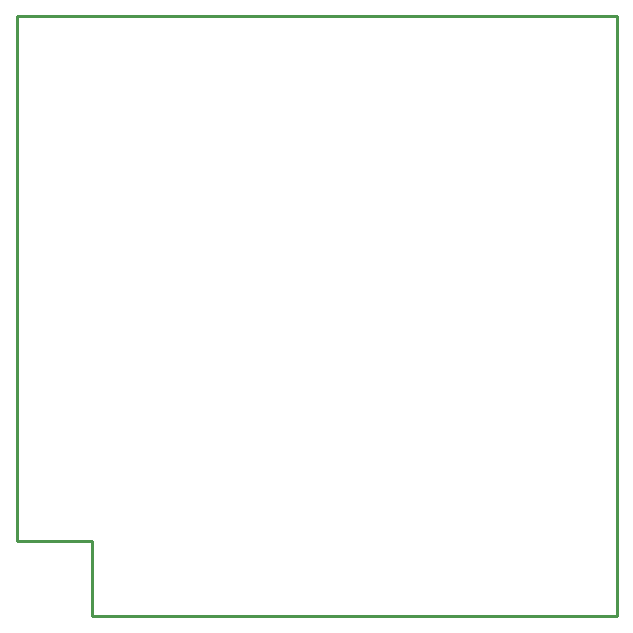
<source format=gbr>
G04 start of page 8 for group 6 idx 6 *
G04 Title: (unknown), outline *
G04 Creator: pcb 20140316 *
G04 CreationDate: Mon 21 Apr 2014 02:33:18 PM GMT UTC *
G04 For: vince *
G04 Format: Gerber/RS-274X *
G04 PCB-Dimensions (mil): 2000.00 2000.00 *
G04 PCB-Coordinate-Origin: lower left *
%MOIN*%
%FSLAX25Y25*%
%LNOUTLINE*%
%ADD67C,0.0100*%
G54D67*X25000Y0D02*Y25000D01*
X0D01*
X200000Y200000D02*X0D01*
Y25000D01*
X200000Y35000D02*Y0D01*
X25000D01*
X200000D02*Y200000D01*
M02*

</source>
